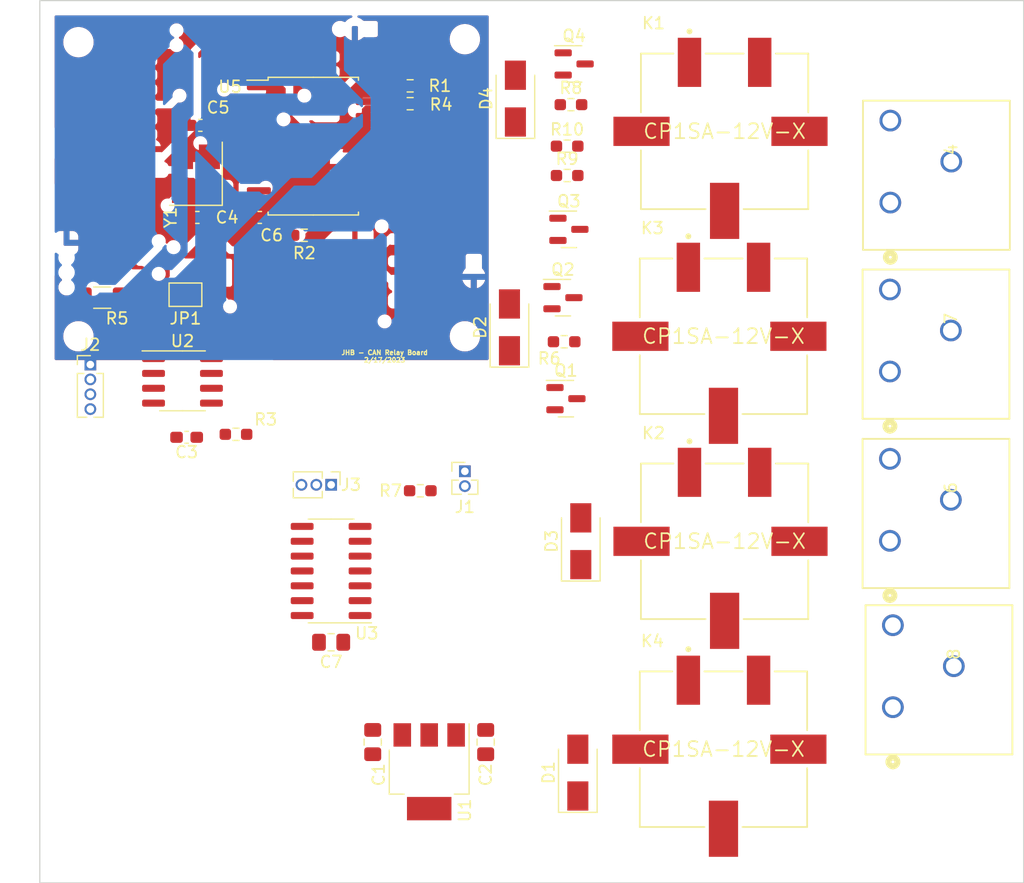
<source format=kicad_pcb>
(kicad_pcb (version 20211014) (generator pcbnew)
  (layers (0 "F.Cu" signal) (31 "B.Cu" signal) (34 "B.Paste" user) (35 "F.Paste" user) (36 "B.SilkS" user "B.Silkscreen") (37 "F.SilkS" user "F.Silkscreen") (38 "B.Mask" user) (39 "F.Mask" user) (44 "Edge.Cuts" user))
  (net 0 "")
  (net 1 "Net-(C4-Pad1)")
  (net 2 "Net-(D2-Pad2)")
  (net 3 "Net-(C5-Pad1)")
  (net 4 "Net-(D1-Pad2)")
  (net 5 "/UART_RX")
  (net 6 "Net-(D3-Pad2)")
  (net 7 "VCC")
  (net 8 "GND")
  (net 9 "+5V")
  (net 10 "/UART_TX")
  (net 12 "Net-(J1-Pad1)")
  (net 13 "Net-(R2-Pad1)")
  (net 14 "Net-(R3-Pad2)")
  (net 16 "/CS")
  (net 17 "/RESET")
  (net 20 "/CAN_H")
  (net 21 "Net-(JP1-Pad1)")
  (net 22 "/UPDI")
  (net 23 "/MOSI")
  (net 24 "/MISO")
  (net 25 "/SCK")
  (net 26 "Net-(D4-Pad2)")
  (net 27 "Net-(K1-Pad3)")
  (net 28 "/INT")
  (net 29 "/CAN_L")
  (net 30 "Net-(K1-Pad4)")
  (net 31 "Net-(K1-Pad5)")
  (net 32 "Net-(Q1-Pad1)")
  (net 33 "/RELAY_1")
  (net 34 "Net-(U2-Pad1)")
  (net 35 "Net-(U2-Pad4)")
  (net 36 "Net-(K2-Pad3)")
  (net 37 "Net-(K2-Pad4)")
  (net 38 "Net-(K2-Pad5)")
  (net 39 "Net-(K3-Pad3)")
  (net 40 "Net-(K3-Pad4)")
  (net 41 "Net-(K3-Pad5)")
  (net 42 "Net-(K4-Pad3)")
  (net 43 "Net-(K4-Pad4)")
  (net 44 "Net-(K4-Pad5)")
  (net 45 "Net-(Q2-Pad1)")
  (net 46 "Net-(Q3-Pad1)")
  (net 47 "Net-(Q4-Pad1)")
  (net 48 "/RELAY_2")
  (net 49 "/RELAY_3")
  (net 50 "/RELAY_4")
  (footprint "Package_TO_SOT_SMD:SOT-223-3_TabPin2" (layer "F.Cu") (at 178.054 142.646 -90)
    (fp_text reference "U1" (at 3.302 -3.048 90) (layer "F.SilkS"))
    (fp_text value "AZ1117-5.0")
    (fp_line (start 1.91 3.41) (end 1.91 2.15) (layer "F.SilkS") (width 0.12))
    (fp_line (start -4.1 -3.41) (end 1.91 -3.41) (layer "F.SilkS") (width 0.12))
    (fp_line (start -1.85 3.41) (end 1.91 3.41) (layer "F.SilkS") (width 0.12))
    (fp_line (start 1.91 -3.41) (end 1.91 -2.15) (layer "F.SilkS") (width 0.12))
    (pad "1" smd rect (at -3.15 -2.3 270) (size 2 1.5) (layers "F.Cu" "F.Paste" "F.Mask") (net 8 "GND"))
    (pad "2" smd rect (at -3.15 0 270) (size 2 1.5) (layers "F.Cu" "F.Paste" "F.Mask") (net 9 "+5V"))
    (pad "2" smd rect (at 3.15 0 270) (size 2 3.8) (layers "F.Cu" "F.Paste" "F.Mask") (net 9 "+5V"))
    (pad "3" smd rect (at -3.15 2.3 270) (size 2 1.5) (layers "F.Cu" "F.Paste" "F.Mask") (net 7 "VCC"))
  )
  (footprint "MountingHole:MountingHole_2.2mm_M2_ISO14580" (layer "F.Cu") (at 153.416 142.494)
    (fp_text reference "H2" hide)
    (fp_text value "MountingHole")
    (pad "" np_thru_hole circle (at 0 0) (size 2.2 2.2) (drill 2.2) (layers *.Cu *.Mask))
  )
  (footprint "1-2834011-3:CONN_1-2834011-3" (layer "F.Cu") (at 217.4595 93.98 90)
    (fp_text reference "U4" (at 4.0132 5.207 90) (layer "F.SilkS"))
    (fp_text value "1-2834011-3" hide)
    (fp_line (start 8.7174 10.2108) (end 8.7174 -2.3368) (layer "F.SilkS") (width 0.1524))
    (fp_line (start -4.0386 -2.3368) (end -4.0386 10.2108) (layer "F.SilkS") (width 0.1524))
    (fp_line (start 8.7174 -2.3368) (end -4.0386 -2.3368) (layer "F.SilkS") (width 0.1524))
    (fp_line (start -4.0386 10.2108) (end 8.7174 10.2108) (layer "F.SilkS") (width 0.1524))
    (fp_arc (start -4.2926 0) (mid -4.6736 0.381) (end -5.0546 0) (layer "F.SilkS") (width 0.508))
    (fp_arc (start -5.0546 0) (mid -4.6736 -0.381) (end -4.2926 0) (layer "F.SilkS") (width 0.508))
    (pad "1" thru_hole circle (at 0 0 90) (size 1.8542 1.8542) (drill 1.3462) (layers *.Cu *.Mask) (net 27 "Net-(K1-Pad3)"))
    (pad "2" thru_hole circle (at 3.5052 5.207 90) (size 1.8542 1.8542) (drill 1.3462) (layers *.Cu *.Mask) (net 31 "Net-(K1-Pad5)"))
    (pad "3" thru_hole circle (at 7.0104 0 90) (size 1.8542 1.8542) (drill 1.3462) (layers *.Cu *.Mask) (net 30 "Net-(K1-Pad4)"))
  )
  (footprint "Package_TO_SOT_SMD:SOT-23" (layer "F.Cu") (at 189.738 110.744)
    (fp_text reference "Q1" (at 0 -2.4) (layer "F.SilkS"))
    (fp_text value "MMBT2222A-TP")
    (fp_line (start 0 1.56) (end -0.65 1.56) (layer "F.SilkS") (width 0.12))
    (fp_line (start 0 -1.56) (end -1.675 -1.56) (layer "F.SilkS") (width 0.12))
    (fp_line (start 0 -1.56) (end 0.65 -1.56) (layer "F.SilkS") (width 0.12))
    (fp_line (start 0 1.56) (end 0.65 1.56) (layer "F.SilkS") (width 0.12))
    (pad "1" smd roundrect (at -0.9375 -0.95) (size 1.475 0.6) (layers "F.Cu" "F.Paste" "F.Mask") (net 32 "Net-(Q1-Pad1)"))
    (pad "2" smd roundrect (at -0.9375 0.95) (size 1.475 0.6) (layers "F.Cu" "F.Paste" "F.Mask") (net 8 "GND"))
    (pad "3" smd roundrect (at 0.9375 0) (size 1.475 0.6) (layers "F.Cu" "F.Paste" "F.Mask") (net 4 "Net-(D1-Pad2)"))
  )
  (footprint "Crystal:Crystal_SMD_3225-4Pin_3.2x2.5mm_HandSoldering" (layer "F.Cu") (at 158.122 91.514 90)
    (fp_text reference "Y1" (at -3.736 -2.166 90) (layer "F.SilkS"))
    (fp_text value "8MHz")
    (fp_line (start -2.7 2.25) (end 2.7 2.25) (layer "F.SilkS") (width 0.12))
    (fp_line (start -2.7 -2.25) (end -2.7 2.25) (layer "F.SilkS") (width 0.12))
    (pad "1" smd rect (at -1.45 1.15 90) (size 2.1 1.8) (layers "F.Cu" "F.Paste" "F.Mask") (net 1 "Net-(C4-Pad1)"))
    (pad "2" smd rect (at 1.45 1.15 90) (size 2.1 1.8) (layers "F.Cu" "F.Paste" "F.Mask") (net 8 "GND"))
    (pad "3" smd rect (at 1.45 -1.15 90) (size 2.1 1.8) (layers "F.Cu" "F.Paste" "F.Mask") (net 3 "Net-(C5-Pad1)"))
    (pad "4" smd rect (at -1.45 -1.15 90) (size 2.1 1.8) (layers "F.Cu" "F.Paste" "F.Mask") (net 8 "GND"))
  )
  (footprint "Diode_SMD:D_SMA" (layer "F.Cu") (at 185.42 85.09 90)
    (fp_text reference "D4" (at 0 -2.5 90) (layer "F.SilkS"))
    (fp_text value "NRVA4007T3G")
    (fp_line (start -3.4 1.65) (end 2 1.65) (layer "F.SilkS") (width 0.12))
    (fp_line (start -3.4 -1.65) (end 2 -1.65) (layer "F.SilkS") (width 0.12))
    (fp_line (start -3.4 -1.65) (end -3.4 1.65) (layer "F.SilkS") (width 0.12))
    (pad "1" smd rect (at -2 0 90) (size 2.5 1.8) (layers "F.Cu" "F.Paste" "F.Mask") (net 7 "VCC"))
    (pad "2" smd rect (at 2 0 90) (size 2.5 1.8) (layers "F.Cu" "F.Paste" "F.Mask") (net 26 "Net-(D4-Pad2)"))
  )
  (footprint "MountingHole:MountingHole_2.2mm_M2_ISO14580" (layer "F.Cu") (at 157.988 143.51)
    (fp_text reference "H1" hide)
    (fp_text value "MountingHole")
    (pad "" np_thru_hole circle (at 0 0) (size 2.2 2.2) (drill 2.2) (layers *.Cu *.Mask))
  )
  (footprint "Connector_PinHeader_1.27mm:PinHeader_1x04_P1.27mm_Vertical" (layer "F.Cu") (at 149.098 107.828)
    (fp_text reference "J2" (at 0 -1.695) (layer "F.SilkS"))
    (fp_text value "Conn_01x04_Female")
    (fp_line (start -1.11 4.505) (end -0.30753 4.505) (layer "F.SilkS") (width 0.12))
    (fp_line (start 0.563471 0.76) (end 1.11 0.76) (layer "F.SilkS") (width 0.12))
    (fp_line (start -1.11 -0.76) (end 0 -0.76) (layer "F.SilkS") (width 0.12))
    (fp_line (start 1.11 0.76) (end 1.11 4.505) (layer "F.SilkS") (width 0.12))
    (fp_line (start -1.11 0.76) (end -1.11 4.505) (layer "F.SilkS") (width 0.12))
    (fp_line (start -1.11 0.76) (end -0.563471 0.76) (layer "F.SilkS") (width 0.12))
    (fp_line (start 0.30753 4.505) (end 1.11 4.505) (layer "F.SilkS") (width 0.12))
    (fp_line (start -1.11 0) (end -1.11 -0.76) (layer "F.SilkS") (width 0.12))
    (pad "1" thru_hole rect (at 0 0) (size 1 1) (drill 0.65) (layers *.Cu *.Mask) (net 8 "GND"))
    (pad "2" thru_hole oval (at 0 1.27) (size 1 1) (drill 0.65) (layers *.Cu *.Mask) (net 29 "/CAN_L"))
    (pad "3" thru_hole oval (at 0 2.54) (size 1 1) (drill 0.65) (layers *.Cu *.Mask) (net 20 "/CAN_H"))
    (pad "4" thru_hole oval (at 0 3.81) (size 1 1) (drill 0.65) (layers *.Cu *.Mask) (net 7 "VCC"))
  )
  (footprint "Resistor_SMD:R_0603_1608Metric_Pad0.98x0.95mm_HandSolder" (layer "F.Cu") (at 190.168 85.606)
    (fp_text reference "R8" (at 0 -1.43) (layer "F.SilkS"))
    (fp_text value "1K")
    (fp_line (start -0.254724 0.5225) (end 0.254724 0.5225) (layer "F.SilkS") (width 0.12))
    (fp_line (start -0.254724 -0.5225) (end 0.254724 -0.5225) (layer "F.SilkS") (width 0.12))
    (pad "1" smd roundrect (at -0.9125 0) (size 0.975 0.95) (layers "F.Cu" "F.Paste" "F.Mask") (net 33 "/RELAY_1"))
    (pad "2" smd roundrect (at 0.9125 0) (size 0.975 0.95) (layers "F.Cu" "F.Paste" "F.Mask") (net 45 "Net-(Q2-Pad1)"))
  )
  (footprint "MountingHole:MountingHole_2.2mm_M2_ISO14580" (layer "F.Cu") (at 151.384 146.304)
    (fp_text reference "H3" hide)
    (fp_text value "MountingHole")
    (pad "" np_thru_hole circle (at 0 0) (size 2.2 2.2) (drill 2.2) (layers *.Cu *.Mask))
  )
  (footprint "Capacitor_SMD:C_0805_2012Metric_Pad1.18x1.45mm_HandSolder" (layer "F.Cu") (at 169.672 131.572 180)
    (fp_text reference "C7" (at 0 -1.68) (layer "F.SilkS"))
    (fp_text value "10uF")
    (fp_line (start -0.261252 -0.735) (end 0.261252 -0.735) (layer "F.SilkS") (width 0.12))
    (fp_line (start -0.261252 0.735) (end 0.261252 0.735) (layer "F.SilkS") (width 0.12))
    (pad "1" smd roundrect (at -1.0375 0 180) (size 1.175 1.45) (layers "F.Cu" "F.Paste" "F.Mask") (roundrect_rratio 0.2127659574) (net 9 "+5V"))
    (pad "2" smd roundrect (at 1.0375 0 180) (size 1.175 1.45) (layers "F.Cu" "F.Paste" "F.Mask") (roundrect_rratio 0.2127659574) (net 8 "GND"))
  )
  (footprint "Connector_PinHeader_1.27mm:PinHeader_1x02_P1.27mm_Vertical" (layer "F.Cu") (at 181.102 116.952)
    (fp_text reference "J1" (at 0 3.048) (layer "F.SilkS"))
    (fp_text value "UPDI Header")
    (fp_line (start -1.11 -0.76) (end 0 -0.76) (layer "F.SilkS") (width 0.12))
    (fp_line (start -1.11 0.76) (end -0.563471 0.76) (layer "F.SilkS") (width 0.12))
    (fp_line (start 0.30753 1.965) (end 1.11 1.965) (layer "F.SilkS") (width 0.12))
    (fp_line (start -1.11 0.76) (end -1.11 1.965) (layer "F.SilkS") (width 0.12))
    (fp_line (start -1.11 0) (end -1.11 -0.76) (layer "F.SilkS") (width 0.12))
    (fp_line (start 0.563471 0.76) (end 1.11 0.76) (layer "F.SilkS") (width 0.12))
    (fp_line (start -1.11 1.965) (end -0.30753 1.965) (layer "F.SilkS") (width 0.12))
    (fp_line (start 1.11 0.76) (end 1.11 1.965) (layer "F.SilkS") (width 0.12))
    (pad "1" thru_hole rect (at 0 0) (size 1 1) (drill 0.65) (layers *.Cu *.Mask) (net 12 "Net-(J1-Pad1)"))
    (pad "2" thru_hole oval (at 0 1.27) (size 1 1) (drill 0.65) (layers *.Cu *.Mask) (net 8 "GND"))
  )
  (footprint "Resistor_SMD:R_0603_1608Metric_Pad0.98x0.95mm_HandSolder" (layer "F.Cu") (at 189.5845 105.877 180)
    (fp_text reference "R6" (at 1.27 -1.43) (layer "F.SilkS"))
    (fp_text value "1K")
    (fp_line (start -0.254724 -0.5225) (end 0.254724 -0.5225) (layer "F.SilkS") (width 0.12))
    (fp_line (start -0.254724 0.5225) (end 0.254724 0.5225) (layer "F.SilkS") (width 0.12))
    (pad "1" smd roundrect (at -0.9125 0 180) (size 0.975 0.95) (layers "F.Cu" "F.Paste" "F.Mask") (net 33 "/RELAY_1"))
    (pad "2" smd roundrect (at 0.9125 0 180) (size 0.975 0.95) (layers "F.Cu" "F.Paste" "F.Mask") (net 32 "Net-(Q1-Pad1)"))
  )
  (footprint "Resistor_SMD:R_0603_1608Metric_Pad0.98x0.95mm_HandSolder" (layer "F.Cu") (at 189.8415 89.154)
    (fp_text reference "R10" (at 0 -1.43) (layer "F.SilkS"))
    (fp_text value "1K")
    (fp_line (start -0.254724 -0.5225) (end 0.254724 -0.5225) (layer "F.SilkS") (width 0.12))
    (fp_line (start -0.254724 0.5225) (end 0.254724 0.5225) (layer "F.SilkS") (width 0.12))
    (pad "1" smd roundrect (at -0.9125 0) (size 0.975 0.95) (layers "F.Cu" "F.Paste" "F.Mask") (net 33 "/RELAY_1"))
    (pad "2" smd roundrect (at 0.9125 0) (size 0.975 0.95) (layers "F.Cu" "F.Paste" "F.Mask") (net 47 "Net-(Q4-Pad1)"))
  )
  (footprint "eec:Panasonic-CP1SA-12V-X-MFG" (layer "F.Cu") (at 203.296 87.888)
    (fp_text reference "K1" (at -7.15 -9.25) (layer "F.SilkS") (effects (justify left)))
    (fp_text value "CP1SA-12V-X" (at 0 0) (layer "F.SilkS") (effects (font (size 1.27 1.27))))
    (fp_line (start 7.15 6.65) (end 7.15 1.625) (layer "F.SilkS") (width 0.15))
    (fp_line (start 4.375 -6.65) (end 7.15 -6.65) (layer "F.SilkS") (width 0.15))
    (fp_line (start -7.15 -6.65) (end -4.375 -6.65) (layer "F.SilkS") (width 0.15))
    (fp_line (start -7.15 6.65) (end -7.15 1.625) (layer "F.SilkS") (width 0.15))
    (fp_line (start -7.15 6.65) (end -1.625 6.65) (layer "F.SilkS") (width 0.15))
    (fp_line (start 1.625 6.65) (end 7.15 6.65) (layer "F.SilkS") (width 0.15))
    (fp_line (start 7.15 -1.625) (end 7.15 -6.65) (layer "F.SilkS") (width 0.15))
    (fp_line (start -7.15 -1.625) (end -7.15 -6.65) (layer "F.SilkS") (width 0.15))
    (fp_line (start -1.625 -6.65) (end 1.625 -6.65) (layer "F.SilkS") (width 0.15))
    (fp_circle (center -3 -8.55) (end -2.875 -8.55) (layer "F.SilkS") (width 0.25) (fill none))
    (pad "1" smd rect locked (at -3 -5.9) (size 2 4.2) (layers "F.Cu" "F.Paste" "F.Mask") (net 7 "VCC"))
    (pad "2" smd rect locked (at 3 -5.9) (size 2 4.2) (layers "F.Cu" "F.Paste" "F.Mask") (net 4 "Net-(D1-Pad2)"))
    (pad "3" smd rect locked (at 6.4 0) (size 4.8 2.5) (layers "F.Cu" "F.Paste" "F.Mask") (net 27 "Net-(K1-Pad3)"))
    (pad "4" smd rect locked (at -7.1 0) (size 4.8 2.5) (layers "F.Cu" "F.Paste" "F.Mask") (net 30 "Net-(K1-Pad4)"))
    (pad "5" smd rect locked (at 0 6.8) (size 2.5 4.8) (layers "F.Cu" "F.Paste" "F.Mask") (net 31 "Net-(K1-Pad5)"))
  )
  (footprint "Package_TO_SOT_SMD:SOT-23" (layer "F.Cu") (at 189.992 96.266)
    (fp_text reference "Q3" (at 0 -2.4) (layer "F.SilkS"))
    (fp_text value "MMBT2222A-TP")
    (fp_line (start 0 -1.56) (end -1.675 -1.56) (layer "F.SilkS") (width 0.12))
    (fp_line (start 0 1.56) (end -0.65 1.56) (layer "F.SilkS") (width 0.12))
    (fp_line (start 0 -1.56) (end 0.65 -1.56) (layer "F.SilkS") (width 0.12))
    (fp_line (start 0 1.56) (end 0.65 1.56) (layer "F.SilkS") (width 0.12))
    (pad "1" smd roundrect (at -0.9375 -0.95) (size 1.475 0.6) (layers "F.Cu" "F.Paste" "F.Mask") (net 46 "Net-(Q3-Pad1)"))
    (pad "2" smd roundrect (at -0.9375 0.95) (size 1.475 0.6) (layers "F.Cu" "F.Paste" "F.Mask") (net 8 "GND"))
    (pad "3" smd roundrect (at 0.9375 0) (size 1.475 0.6) (layers "F.Cu" "F.Paste" "F.Mask") (net 6 "Net-(D3-Pad2)"))
  )
  (footprint "1-2834011-3:CONN_1-2834011-3" (layer "F.Cu") (at 217.678 137.1245 90)
    (fp_text reference "U8" (at 4.0132 5.207 90) (layer "F.SilkS"))
    (fp_text value "1-2834011-3" hide)
    (fp_line (start -4.0386 -2.3368) (end -4.0386 10.2108) (layer "F.SilkS") (width 0.1524))
    (fp_line (start 8.7174 -2.3368) (end -4.0386 -2.3368) (layer "F.SilkS") (width 0.1524))
    (fp_line (start 8.7174 10.2108) (end 8.7174 -2.3368) (layer "F.SilkS") (width 0.1524))
    (fp_line (start -4.0386 10.2108) (end 8.7174 10.2108) (layer "F.SilkS") (width 0.1524))
    (fp_arc (start -4.2926 0) (mid -4.6736 0.381) (end -5.0546 0) (layer "F.SilkS") (width 0.508))
    (fp_arc (start -5.0546 0) (mid -4.6736 -0.381) (end -4.2926 0) (layer "F.SilkS") (width 0.508))
    (pad "1" thru_hole circle (at 0 0 90) (size 1.8542 1.8542) (drill 1.3462) (layers *.Cu *.Mask) (net 42 "Net-(K4-Pad3)"))
    (pad "2" thru_hole circle (at 3.5052 5.207 90) (size 1.8542 1.8542) (drill 1.3462) (layers *.Cu *.Mask) (net 44 "Net-(K4-Pad5)"))
    (pad "3" thru_hole circle (at 7.0104 0 90) (size 1.8542 1.8542) (drill 1.3462) (layers *.Cu *.Mask) (net 43 "Net-(K4-Pad4)"))
  )
  (footprint "Resistor_SMD:R_0603_1608Metric_Pad0.98x0.95mm_HandSolder" (layer "F.Cu") (at 177.292 118.618 180)
    (fp_text reference "R7" (at 2.54 0) (layer "F.SilkS"))
    (fp_text value "4.7K")
    (fp_line (start -0.254724 -0.5225) (end 0.254724 -0.5225) (layer "F.SilkS") (width 0.12))
    (fp_line (start -0.254724 0.5225) (end 0.254724 0.5225) (layer "F.SilkS") (width 0.12))
    (pad "1" smd roundrect (at -0.9125 0 180) (size 0.975 0.95) (layers "F.Cu" "F.Paste" "F.Mask") (net 12 "Net-(J1-Pad1)"))
    (pad "2" smd roundrect (at 0.9125 0 180) (size 0.975 0.95) (layers "F.Cu" "F.Paste" "F.Mask") (net 22 "/UPDI"))
  )
  (footprint "Resistor_SMD:R_0603_1608Metric_Pad0.98x0.95mm_HandSolder" (layer "F.Cu") (at 167.386 96.774)
    (fp_text reference "R2" (at 0 1.524) (layer "F.SilkS"))
    (fp_text value "100K")
    (fp_line (start -0.254724 -0.5225) (end 0.254724 -0.5225) (layer "F.SilkS") (width 0.12))
    (fp_line (start -0.254724 0.5225) (end 0.254724 0.5225) (layer "F.SilkS") (width 0.12))
    (pad "1" smd roundrect (at -0.9125 0) (size 0.975 0.95) (layers "F.Cu" "F.Paste" "F.Mask") (net 13 "Net-(R2-Pad1)"))
    (pad "2" smd roundrect (at 0.9125 0) (size 0.975 0.95) (layers "F.Cu" "F.Paste" "F.Mask") (net 9 "+5V"))
  )
  (footprint "Package_SO:SOIC-18W_7.5x11.6mm_P1.27mm" (layer "F.Cu") (at 168.148 89.154)
    (fp_text reference "U5" (at -7.112 -5.08) (layer "F.SilkS"))
    (fp_text value "MCP2515-xSO")
    (fp_line (start 0 5.885) (end -3.86 5.885) (layer "F.SilkS") (width 0.12))
    (fp_line (start 0 5.885) (end 3.86 5.885) (layer "F.SilkS") (width 0.12))
    (fp_line (start -3.86 -5.885) (end -3.86 -5.64) (layer "F.SilkS") (width 0.12))
    (fp_line (start -3.86 -5.64) (end -5.675 -5.64) (layer "F.SilkS") (width 0.12))
    (fp_line (start 0 -5.885) (end 3.86 -5.885) (layer "F.SilkS") (width 0.12))
    (fp_line (start -3.86 5.885) (end -3.86 5.64) (layer "F.SilkS") (width 0.12))
    (fp_line (start 3.86 -5.885) (end 3.86 -5.64) (layer "F.SilkS") (width 0.12))
    (fp_line (start 3.86 5.885) (end 3.86 5.64) (layer "F.SilkS") (width 0.12))
    (fp_line (start 0 -5.885) (end -3.86 -5.885) (layer "F.SilkS") (width 0.12))
    (pad "1" smd roundrect (at -4.65 -5.08) (size 2.05 0.6) (layers "F.Cu" "F.Paste" "F.Mask") (net 34 "Net-(U2-Pad1)"))
    (pad "2" smd roundrect (at -4.65 -3.81) (size 2.05 0.6) (layers "F.Cu" "F.Paste" "F.Mask") (net 35 "Net-(U2-Pad4)"))
    (pad "3" smd roundrect (at -4.65 -2.54) (size 2.05 0.6) (layers "F.Cu" "F.Paste" "F.Mask"))
    (pad "4" smd roundrect (at -4.65 -1.27) (size 2.05 0.6) (layers "F.Cu" "F.Paste" "F.Mask") (net 13 "Net-(R2-Pad1)"))
    (pad "5" smd roundrect (at -4.65 0) (size 2.05 0.6) (layers "F.Cu" "F.Paste" "F.Mask") (net 13 "Net-(R2-Pad1)"))
    (pad "6" smd roundrect (at -4.65 1.27) (size 2.05 0.6) (layers "F.Cu" "F.Paste" "F.Mask") (net 13 "Net-(R2-Pad1)"))
    (pad "7" smd roundrect (at -4.65 2.54) (size 2.05 0.6) (layers "F.Cu" "F.Paste" "F.Mask") (net 3 "Net-(C5-Pad1)"))
    (pad "8" smd roundrect (at -4.65 3.81) (size 2.05 0.6) (layers "F.Cu" "F.Paste" "F.Mask") (net 1 "Net-(C4-Pad1)"))
    (pad "9" smd roundrect (at -4.65 5.08) (size 2.05 0.6) (layers "F.Cu" "F.Paste" "F.Mask") (net 8 "GND"))
    (pad "10" smd roundrect (at 4.65 5.08) (size 2.05 0.6) (layers "F.Cu" "F.Paste" "F.Mask"))
    (pad "11" smd roundrect (at 4.65 3.81) (size 2.05 0.6) (layers "F.Cu" "F.Paste" "F.Mask"))
    (pad "12" smd roundrect (at 4.65 2.54) (size 2.05 0.6) (layers "F.Cu" "F.Paste" "F.Mask") (net 28 "/INT"))
    (pad "13" smd roundrect (at 4.65 1.27) (size 2.05 0.6) (layers "F.Cu" "F.Paste" "F.Mask") (net 25 "/SCK"))
    (pad "14" smd roundrect (at 4.65 0) (size 2.05 0.6) (layers "F.Cu" "F.Paste" "F.Mask") (net 23 "/MOSI"))
    (pad "15" smd roundrect (at 4.65 -1.27) (size 2.05 0.6) (layers "F.Cu" "F.Paste" "F.Mask") (net 24 "/MISO"))
    (pad "16" smd roundrect (at 4.65 -2.54) (size 2.05 0.6) (layers "F.Cu" "F.Paste" "F.Mask") (net 16 "/CS"))
    (pad "17" smd roundrect (at 4.65 -3.81) (size 2.05 0.6) (layers "F.Cu" "F.Paste" "F.Mask") (net 17 "/RESET"))
    (pad "18" smd roundrect (at 4.65 -5.08) (size 2.05 0.6) (layers "F.Cu" "F.Paste" "F.Mask") (net 9 "+5V"))
  )
  (footprint "Resistor_SMD:R_0603_1608Metric_Pad0.98x0.95mm_HandSolder" (layer "F.Cu") (at 189.8415 91.664)
    (fp_text reference "R9" (at 0 -1.43) (layer "F.SilkS"))
    (fp_text value "1K")
    (fp_line (start -0.254724 0.5225) (end 0.254724 0.5225) (layer "F.SilkS") (width 0.12))
    (fp_line (start -0.254724 -0.5225) (end 0.254724 -0.5225) (layer "F.SilkS") (width 0.12))
    (pad "1" smd roundrect (at -0.9125 0) (size 0.975 0.95) (layers "F.Cu" "F.Paste" "F.Mask") (net 33 "/RELAY_1"))
    (pad "2" smd roundrect (at 0.9125 0) (size 0.975 0.95) (layers "F.Cu" "F.Paste" "F.Mask") (net 46 "Net-(Q3-Pad1)"))
  )
  (footprint "Package_TO_SOT_SMD:SOT-23" (layer "F.Cu") (at 190.438 82.126)
    (fp_text reference "Q4" (at 0 -2.4) (layer "F.SilkS"))
    (fp_text value "MMBT2222A-TP")
    (fp_line (start 0 -1.56) (end -1.675 -1.56) (layer "F.SilkS") (width 0.12))
    (fp_line (start 0 1.56) (end -0.65 1.56) (layer "F.SilkS") (width 0.12))
    (fp_line (start 0 -1.56) (end 0.65 -1.56) (layer "F.SilkS") (width 0.12))
    (fp_line (start 0 1.56) (end 0.65 1.56) (layer "F.SilkS") (width 0.12))
    (pad "1" smd roundrect (at -0.9375 -0.95) (size 1.475 0.6) (layers "F.Cu" "F.Paste" "F.Mask") (net 47 "Net-(Q4-Pad1)"))
    (pad "2" smd roundrect (at -0.9375 0.95) (size 1.475 0.6) (layers "F.Cu" "F.Paste" "F.Mask") (net 8 "GND"))
    (pad "3" smd roundrect (at 0.9375 0) (size 1.475 0.6) (layers "F.Cu" "F.Paste" "F.Mask") (net 26 "Net-(D4-Pad2)"))
  )
  (footprint "eec:Panasonic-CP1SA-12V-X-MFG" (layer "F.Cu") (at 203.296 122.94)
    (fp_text reference "K2" (at -7.15 -9.25) (layer "F.SilkS") (effects (justify left)))
    (fp_text value "CP1SA-12V-X" (at 0 0) (layer "F.SilkS") (effects (font (size 1.27 1.27))))
    (fp_line (start -7.15 6.65) (end -1.625 6.65) (layer "F.SilkS") (width 0.15))
    (fp_line (start -7.15 -6.65) (end -4.375 -6.65) (layer "F.SilkS") (width 0.15))
    (fp_line (start 7.15 6.65) (end 7.15 1.625) (layer "F.SilkS") (width 0.15))
    (fp_line (start -1.625 -6.65) (end 1.625 -6.65) (layer "F.SilkS") (width 0.15))
    (fp_line (start 7.15 -1.625) (end 7.15 -6.65) (layer "F.SilkS") (width 0.15))
    (fp_line (start 1.625 6.65) (end 7.15 6.65) (layer "F.SilkS") (width 0.15))
    (fp_line (start 4.375 -6.65) (end 7.15 -6.65) (layer "F.SilkS") (width 0.15))
    (fp_line (start -7.15 6.65) (end -7.15 1.625) (layer "F.SilkS") (width 0.15))
    (fp_line (start -7.15 -1.625) (end -7.15 -6.65) (layer "F.SilkS") (width 0.15))
    (fp_circle (center -3 -8.55) (end -2.875 -8.55) (layer "F.SilkS") (width 0.25) (fill none))
    (pad "1" smd rect (at -3 -5.9) (size 2 4.2) (layers "F.Cu" "F.Paste" "F.Mask") (net 7 "VCC"))
    (pad "2" smd rect (at 3 -5.9) (size 2 4.2) (layers "F.Cu" "F.Paste" "F.Mask") (net 2 "Net-(D2-Pad2)"))
    (pad "3" smd rect (at 6.4 0) (size 4.8 2.5) (layers "F.Cu" "F.Paste" "F.Mask") (net 36 "Net-(K2-Pad3)"))
    (pad "4" smd rect (at -7.1 0) (size 4.8 2.5) (layers "F.Cu" "F.Paste" "F.Mask") (net 37 "Net-(K2-Pad4)"))
    (pad "5" smd rect (at 0 6.8) (size 2.5 4.8) (layers "F.Cu" "F.Paste" "F.Mask") (net 38 "Net-(K2-Pad5)"))
  )
  (footprint "Package_SO:SOIC-14_3.9x8.7mm_P1.27mm" (layer "F.Cu") (at 169.672 125.476 180)
    (fp_text reference "U3" (at -3.048 -5.334) (layer "F.SilkS"))
    (fp_text value "ATtiny414-SS")
    (fp_line (start 0 4.435) (end 1.95 4.435) (layer "F.SilkS") (width 0.12))
    (fp_line (start 0 4.435) (end -1.95 4.435) (layer "F.SilkS") (width 0.12))
    (fp_line (start 0 -4.435) (end 1.95 -4.435) (layer "F.SilkS") (width 0.12))
    (fp_line (start 0 -4.435) (end -3.45 -4.435) (layer "F.SilkS") (width 0.12))
    (pad "1" smd roundrect (at -2.475 -3.81 180) (size 1.95 0.6) (layers "F.Cu" "F.Paste" "F.Mask") (net 9 "+5V"))
    (pad "2" smd roundrect (at -2.475 -2.54 180) (size 1.95 0.6) (layers "F.Cu" "F.Paste" "F.Mask") (net 48 "/RELAY_2"))
    (pad "3" smd roundrect (at -2.475 -1.27 180) (size 1.95 0.6) (layers "F.Cu" "F.Paste" "F.Mask") (net 49 "/RELAY_3"))
    (pad "4" smd roundrect (at -2.475 0 180) (size 1.95 0.6) (layers "F.Cu" "F.Paste" "F.Mask") (net 28 "/INT"))
    (pad "5" smd roundrect (at -2.475 1.27 180) (size 1.95 0.6) (layers "F.Cu" "F.Paste" "F.Mask") (net 50 "/RELAY_4"))
    (pad "6" smd roundrect (at -2.475 2.54 180) (size 1.95 0.6) (layers "F.Cu" "F.Paste" "F.Mask") (net 5 "/UART_RX"))
    (pad "7" smd roundrect (at -2.475 3.81 180) (size 1.95 0.6) (layers "F.Cu" "F.Paste" "F.Mask") (net 10 "/UART_TX"))
    (pad "8" smd roundrect (at 2.475 3.81 180) (size 1.95 0.6) (layers "F.Cu" "F.Paste" "F.Mask") (net 33 "/RELAY_1"))
    (pad "9" smd roundrect (at 2.475 2.54 180) (size 1.95 0.6) (layers "F.Cu" "F.Paste" "F.Mask") (net 16 "/CS"))
    (pad "10" smd roundrect (at 2.475 1.27 180) (size 1.95 0.6) (layers "F.Cu" "F.Paste" "F.Mask") (net 22 "/UPDI"))
    (pad "11" smd roundrect (at 2.475 0 180) (size 1.95 0.6) (layers "F.Cu" "F.Paste" "F.Mask") (net 23 "/MOSI"))
    (pad "12" smd roundrect (at 2.475 -1.27 180) (size 1.95 0.6) (layers "F.Cu" "F.Paste" "F.Mask") (net 24 "/MISO"))
    (pad "13" smd roundrect (at 2.475 -2.54 180) (size 1.95 0.6) (layers "F.Cu" "F.Paste" "F.Mask") (net 25 "/SCK"))
    (pad "14" smd roundrect (at 2.475 -3.81 180) (size 1.95 0.6) (layers "F.Cu" "F.Paste" "F.Mask") (net 8 "GND"))
  )
  (footprint "Resistor_SMD:R_0603_1608Metric_Pad0.98x0.95mm_HandSolder" (layer "F.Cu") (at 176.4265 83.99875 180)
    (fp_text reference "R1" (at -2.54 0) (layer "F.SilkS"))
    (fp_text value "100K")
    (fp_line (start -0.254724 0.5225) (end 0.254724 0.5225) (layer "F.SilkS") (width 0.12))
    (fp_line (start -0.254724 -0.5225) (end 0.254724 -0.5225) (layer "F.SilkS") (width 0.12))
    (pad "1" smd roundrect (at -0.9125 0 180) (size 0.975 0.95) (layers "F.Cu" "F.Paste" "F.Mask") (net 16 "/CS"))
    (pad "2" smd roundrect (at 0.9125 0 180) (size 0.975 0.95) (layers "F.Cu" "F.Paste" "F.Mask") (net 9 "+5V"))
  )
  (footprint "Capacitor_SMD:C_0603_1608Metric_Pad1.08x0.95mm_HandSolder" (layer "F.Cu") (at 158.242 95.25 180)
    (fp_text reference "C4" (at -2.54 0) (layer "F.SilkS"))
    (fp_text value "22pF")
    (fp_line (start -0.146267 0.51) (end 0.146267 0.51) (layer "F.SilkS") (width 0.12))
    (fp_line (start -0.146267 -0.51) (end 0.146267 -0.51) (layer "F.SilkS") (width 0.12))
    (pad "1" smd roundrect (at -0.8625 0 180) (size 1.075 0.95) (layers "F.Cu" "F.Paste" "F.Mask") (net 1 "Net-(C4-Pad1)"))
    (pad "2" smd roundrect (at 0.8625 0 180) (size 1.075 0.95) (layers "F.Cu" "F.Paste" "F.Mask") (net 8 "GND"))
  )
  (footprint "Diode_SMD:D_SMA" (layer "F.Cu") (at 190.754 142.716 90)
    (fp_text reference "D1" (at 0 -2.5 90) (layer "F.SilkS"))
    (fp_text value "NRVA4007T3G")
    (fp_line (start -3.4 1.65) (end 2 1.65) (layer "F.SilkS") (width 0.12))
    (fp_line (start -3.4 -1.65) (end 2 -1.65) (layer "F.SilkS") (width 0.12))
    (fp_line (start -3.4 -1.65) (end -3.4 1.65) (layer "F.SilkS") (width 0.12))
    (pad "1" smd rect (at -2 0 90) (size 2.5 1.8) (layers "F.Cu" "F.Paste" "F.Mask") (net 7 "VCC"))
    (pad "2" smd rect (at 2 0 90) (size 2.5 1.8) (layers "F.Cu" "F.Paste" "F.Mask") (net 4 "Net-(D1-Pad2)"))
  )
  (footprint "Resistor_SMD:R_0603_1608Metric_Pad0.98x0.95mm_HandSolder" (layer "F.Cu") (at 161.544 113.792)
    (fp_text reference "R3" (at 2.54 -1.27) (layer "F.SilkS"))
    (fp_text value "4.7K")
    (fp_line (start -0.254724 0.5225) (end 0.254724 0.5225) (layer "F.SilkS") (width 0.12))
    (fp_line (start -0.254724 -0.5225) (end 0.254724 -0.5225) (layer "F.SilkS") (width 0.12))
    (pad "1" smd roundrect (at -0.9125 0) (size 0.975 0.95) (layers "F.Cu" "F.Paste" "F.Mask") (net 8 "GND"))
    (pad "2" smd roundrect (at 0.9125 0) (size 0.975 0.95) (layers "F.Cu" "F.Paste" "F.Mask") (net 14 "Net-(R3-Pad2)"))
  )
  (footprint "Connector_PinHeader_1.27mm:PinHeader_1x03_P1.27mm_Vertical" (layer "F.Cu") (at 169.677 118.11 -90)
    (fp_text reference "J3" (at 0 -1.695 180) (layer "F.SilkS"))
    (fp_text value "UART Header")
    (fp_line (start -1.11 0.76) (end -0.563471 0.76) (layer "F.SilkS") (width 0.12))
    (fp_line (start 1.11 0.76) (end 1.11 3.235) (layer "F.SilkS") (width 0.12))
    (fp_line (start 0.30753 3.235) (end 1.11 3.235) (layer "F.SilkS") (width 0.12))
    (fp_line (start 0.563471 0.76) (end 1.11 0.76) (layer "F.SilkS") (width 0.12))
    (fp_line (start -1.11 0.76) (end -1.11 3.235) (layer "F.SilkS") (width 0.12))
    (fp_line (start -1.11 -0.76) (end 0 -0.76) (layer "F.SilkS") (width 0.12))
    (fp_line (start -1.11 0) (end -1.11 -0.76) (layer "F.SilkS") (width 0.12))
    (fp_line (start -1.11 3.235) (end -0.30753 3.235) (layer "F.SilkS") (width 0.12))
    (pad "1" thru_hole rect (at 0 0 270) (size 1 1) (drill 0.65) (layers *.Cu *.Mask) (net 8 "GND"))
    (pad "2" thru_hole oval (at 0 1.27 270) (size 1 1) (drill 0.65) (layers *.Cu *.Mask) (net 5 "/UART_RX"))
    (pad "3" thru_hole oval (at 0 2.54 270) (size 1 1) (drill 0.65) (layers *.Cu *.Mask) (net 10 "/UART_TX"))
  )
  (footprint "Package_TO_SOT_SMD:SOT-23" (layer "F.Cu") (at 189.484 102.108)
    (fp_text reference "Q2" (at 0 -2.4) (layer "F.SilkS"))
    (fp_text value "MMBT2222A-TP")
    (fp_line (start 0 -1.56) (end -1.675 -1.56) (layer "F.SilkS") (width 0.12))
    (fp_line (start 0 -1.56) (end 0.65 -1.56) (layer "F.SilkS") (width 0.12))
    (fp_line (start 0 1.56) (end 0.65 1.56) (layer "F.SilkS") (width 0.12))
    (fp_line (start 0 1.56) (end -0.65 1.56) (layer "F.SilkS") (width 0.12))
    (pad "1" smd roundrect (at -0.9375 -0.95) (size 1.475 0.6) (layers "F.Cu" "F.Paste" "F.Mask") (net 45 "Net-(Q2-Pad1)"))
    (pad "2" smd roundrect (at -0.9375 0.95) (size 1.475 0.6) (layers "F.Cu" "F.Paste" "F.Mask") (net 8 "GND"))
    (pad "3" smd roundrect (at 0.9375 0) (size 1.475 0.6) (layers "F.Cu" "F.Paste" "F.Mask") (net 2 "Net-(D2-Pad2)"))
  )
  (footprint "Capacitor_SMD:C_0603_1608Metric_Pad1.08x0.95mm_HandSolder" (layer "F.Cu") (at 163.576 95.25 180)
    (fp_text reference "C6" (at -1.016 -1.524) (layer "F.SilkS"))
    (fp_text value "100nF")
    (fp_line (start -0.146267 0.51) (end 0.146267 0.51) (layer "F.SilkS") (width 0.12))
    (fp_line (start -0.146267 -0.51) (end 0.146267 -0.51) (layer "F.SilkS") (width 0.12))
    (pad "1" smd roundrect (at -0.8625 0 180) (size 1.075 0.95) (layers "F.Cu" "F.Paste" "F.Mask") (net 9 "+5V"))
    (pad "2" smd roundrect (at 0.8625 0 180) (size 1.075 0.95) (layers "F.Cu" "F.Paste" "F.Mask") (net 8 "GND"))
  )
  (footprint "eec:Panasonic-CP1SA-12V-X-MFG" (layer "F.Cu") (at 203.2 140.716)
    (fp_text reference "K4" (at -7.15 -9.25) (layer "F.SilkS") (effects (justify left)))
    (fp_text value "CP1SA-12V-X" (at 0 0) (layer "F.SilkS") (effects (font (size 1.27 1.27))))
    (fp_line (start -1.625 -6.65) (end 1.625 -6.65) (layer "F.SilkS") (width 0.15))
    (fp_line (start -7.15 6.65) (end -1.625 6.65) (layer "F.SilkS") (width 0.15))
    (fp_line (start 4.375 -6.65) (end 7.15 -6.65) (layer "F.SilkS") (width 0.15))
    (fp_line (start -7.15 6.65) (end -7.15 1.625) (layer "F.SilkS") (width 0.15))
    (fp_line (start 1.625 6.65) (end 7.15 6.65) (layer "F.SilkS") (width 0.15))
    (fp_line (start -7.15 -6.65) (end -4.375 -6.65) (layer "F.SilkS") (width 0.15))
    (fp_line (start 7.15 6.65) (end 7.15 1.625) (layer "F.SilkS") (width 0.15))
    (fp_line (start -7.15 -1.625) (end -7.15 -6.65) (layer "F.SilkS") (width 0.15))
    (fp_line (start 7.15 -1.625) (end 7.15 -6.65) (layer "F.SilkS") (width 0.15))
    (fp_circle (center -3 -8.55) (end -2.875 -8.55) (layer "F.SilkS") (width 0.25) (fill none))
    (pad "1" smd rect (at -3 -5.9) (size 2 4.2) (layers "F.Cu" "F.Paste" "F.Mask") (net 7 "VCC"))
    (pad "2" smd rect (at 3 -5.9) (size 2 4.2) (layers "F.Cu" "F.Paste" "F.Mask") (net 26 "Net-(D4-Pad2)"))
    (pad "3" smd rect (at 6.4 0) (size 4.8 2.5) (layers "F.Cu" "F.Paste" "F.Mask") (net 42 "Net-(K4-Pad3)"))
    (pad "4" smd rect (at -7.1 0) (size 4.8 2.5) (layers "F.Cu" "F.Paste" "F.Mask") (net 43 "Net-(K4-Pad4)"))
    (pad "5" smd rect (at 0 6.8) (size 2.5 4.8) (layers "F.Cu" "F.Paste" "F.Mask") (net 44 "Net-(K4-Pad5)"))
  )
  (footprint "Resistor_SMD:R_0603_1608Metric_Pad0.98x0.95mm_HandSolder" (layer "F.Cu") (at 176.4265 85.52275 180)
    (fp_text reference "R4" (at -2.6435 -0.07525) (layer "F.SilkS"))
    (fp_text value "100K")
    (fp_line (start -0.254724 0.5225) (end 0.254724 0.5225) (layer "F.SilkS") (width 0.12))
    (fp_line (start -0.254724 -0.5225) (end 0.254724 -0.5225) (layer "F.SilkS") (width 0.12))
    (pad "1" smd roundrect (at -0.9125 0 180) (size 0.975 0.95) (layers "F.Cu" "F.Paste" "F.Mask") (net 17 "/RESET"))
    (pad "2" smd roundrect (at 0.9125 0 180) (size 0.975 0.95) (layers "F.Cu" "F.Paste" "F.Mask") (net 9 "+5V"))
  )
  (footprint "1-2834011-3:CONN_1-2834011-3" (layer "F.Cu") (at 217.424 122.9005 90)
    (fp_text reference "U6" (at 4.0132 5.207 90) (layer "F.SilkS"))
    (fp_text value "1-2834011-3" hide)
    (fp_line (start -4.0386 -2.3368) (end -4.0386 10.2108) (layer "F.SilkS") (width 0.1524))
    (fp_line (start -4.0386 10.2108) (end 8.7174 10.2108) (layer "F.SilkS") (width 0.1524))
    (fp_line (start 8.7174 10.2108) (end 8.7174 -2.3368) (layer "F.SilkS") (width 0.1524))
    (fp_line (start 8.7174 -2.3368) (end -4.0386 -2.3368) (layer "F.SilkS") (width 0.1524))
    (fp_arc (start -4.2926 0) (mid -4.6736 0.381) (end -5.0546 0) (layer "F.SilkS") (width 0.508))
    (fp_arc (start -5.0546 0) (mid -4.6736 -0.381) (end -4.2926 0) (layer "F.SilkS") (width 0.508))
    (pad "1" thru_hole circle (at 0 0 90) (size 1.8542 1.8542) (drill 1.3462) (layers *.Cu *.Mask) (net 36 "Net-(K2-Pad3)"))
    (pad "2" thru_hole circle (at 3.5052 5.207 90) (size 1.8542 1.8542) (drill 1.3462) (layers *.Cu *.Mask) (net 38 "Net-(K2-Pad5)"))
    (pad "3" thru_hole circle (at 7.0104 0 90) (size 1.8542 1.8542) (drill 1.3462) (layers *.Cu *.Mask) (net 37 "Net-(K2-Pad4)"))
  )
  (footprint "MountingHole:MountingHole_2.2mm_M2_ISO14580" (layer "F.Cu") (at 156.21 147.574)
    (fp_text reference "H4" hide)
    (fp_text value "MountingHole")
    (pad "" np_thru_hole circle (at 0 0) (size 2.2 2.2) (drill 2.2) (layers *.Cu *.Mask))
  )
  (footprint "1-2834011-3:CONN_1-2834011-3" (layer "F.Cu") (at 217.424 108.4225 90)
    (fp_text reference "U7" (at 4.0132 5.207 90) (layer "F.SilkS"))
    (fp_text value "1-2834011-3" hide)
    (fp_line (start 8.7174 -2.3368) (end -4.0386 -2.3368) (layer "F.SilkS") (width 0.1524))
    (fp_line (start 8.7174 10.2108) (end 8.7174 -2.3368) (layer "F.SilkS") (width 0.1524))
    (fp_line (start -4.0386 -2.3368) (end -4.0386 10.2108) (layer "F.SilkS") (width 0.1524))
    (fp_line (start -4.0386 10.2108) (end 8.7174 10.2108) (layer "F.SilkS") (width 0.1524))
    (fp_arc (start -5.0546 0) (mid -4.6736 -0.381) (end -4.2926 0) (layer "F.SilkS") (width 0.508))
    (fp_arc (start -4.2926 0) (mid -4.6736 0.381) (end -5.0546 0) (layer "F.SilkS") (width 0.508))
    (pad "1" thru_hole circle (at 0 0 90) (size 1.8542 1.8542) (drill 1.3462) (layers *.Cu *.Mask) (net 39 "Net-(K3-Pad3)"))
    (pad "2" thru_hole circle (at 3.5052 5.207 90) (size 1.8542 1.8542) (drill 1.3462) (layers *.Cu *.Mask) (net 41 "Net-(K3-Pad5)"))
    (pad "3" thru_hole circle (at 7.0104 0 90) (size 1.8542 1.8542) (drill 1.3462) (layers *.Cu *.Mask) (net 40 "Net-(K3-Pad4)"))
  )
  (footprint "eec:Panasonic-CP1SA-12V-X-MFG" (layer "F.Cu") (at 203.2 105.41)
    (fp_text reference "K3" (at -7.15 -9.25) (layer "F.SilkS") (effects (justify left)))
    (fp_text value "CP1SA-12V-X" (at 0 0) (layer "F.SilkS") (effects (font (size 1.27 1.27))))
    (fp_line (start 1.625 6.65) (end 7.15 6.65) (layer "F.SilkS") (width 0.15))
    (fp_line (start -7.15 6.65) (end -1.625 6.65) (layer "F.SilkS") (width 0.15))
    (fp_line (start -1.625 -6.65) (end 1.625 -6.65) (layer "F.SilkS") (width 0.15))
    (fp_line (start -7.15 6.65) (end -7.15 1.625) (layer "F.SilkS") (width 0.15))
    (fp_line (start -7.15 -1.625) (end -7.15 -6.65) (layer "F.SilkS") (width 0.15))
    (fp_line (start 7.15 -1.625) (end 7.15 -6.65) (layer "F.SilkS") (width 0.15))
    (fp_line (start 7.15 6.65) (end 7.15 1.625) (layer "F.SilkS") (width 0.15))
    (fp_line (start -7.15 -6.65) (end -4.375 -6.65) (layer "F.SilkS") (width 0.15))
    (fp_line (start 4.375 -6.65) (end 7.15 -6.65) (layer "F.SilkS") (width 0.15))
    (fp_circle (center -3 -8.55) (end -2.875 -8.55) (layer "F.SilkS") (width 0.25) (fill none))
    (pad "1" smd rect (at -3 -5.9) (size 2 4.2) (layers "F.Cu" "F.Paste" "F.Mask") (net 7 "VCC"))
    (pad "2" smd rect (at 3 -5.9) (size 2 4.2) (layers "F.Cu" "F.Paste" "F.Mask") (net 6 "Net-(D3-Pad2)"))
    (pad "3" smd rect (at 6.4 0) (size 4.8 2.5) (layers "F.Cu" "F.Paste" "F.Mask") (net 39 "Net-(K3-Pad3)"))
    (pad "4" smd rect (at -7.1 0) (size 4.8 2.5) (layers "F.Cu" "F.Paste" "F.Mask") (net 40 "Net-(K3-Pad4)"))
    (pad "5" smd rect (at 0 6.8) (size 2.5 4.8) (layers "F.Cu" "F.Paste" "F.Mask") (net 41 "Net-(K3-Pad5)"))
  )
  (footprint "Capacitor_SMD:C_0603_1608Metric_Pad1.08x0.95mm_HandSolder" (layer "F.Cu") (at 158.496 87.376)
    (fp_text reference "C5" (at 1.524 -1.524) (layer "F.SilkS"))
    (fp_text value "22pF")
    (fp_line (start -0.146267 0.51) (end 0.146267 0.51) (layer "F.SilkS") (width 0.12))
    (fp_line (start -0.146267 -0.51) (end 0.146267 -0.51) (layer "F.SilkS") (width 0.12))
    (pad "1" smd roundrect (at -0.8625 0) (size 1.075 0.95) (layers "F.Cu" "F.Paste" "F.Mask") (net 3 "Net-(C5-Pad1)"))
    (pad "2" smd roundrect (at 0.8625 0) (size 1.075 0.95) (layers "F.Cu" "F.Paste" "F.Mask") (net 8 "GND"))
  )
  (footprint "Capacitor_SMD:C_0805_2012Metric_Pad1.18x1.45mm_HandSolder" (layer "F.Cu") (at 182.88 140.106 -90)
    (fp_text reference "C2" (at 2.794 0 90) (layer "F.SilkS"))
    (fp_text value "22uF")
    (fp_line (start -0.261252 -0.735) (end 0.261252 -0.735) (layer "F.SilkS") (width 0.12))
    (fp_line (start -0.261252 0.735) (end 0.261252 0.735) (layer "F.SilkS") (width 0.12))
    (pad "1" smd roundrect (at -1.0375 0 270) (size 1.175 1.45) (layers "F.Cu" "F.Paste" "F.Mask") (roundrect_rratio 0.2127659574) (net 9 "+5V"))
    (pad "2" smd roundrect (at 1.0375 0 270) (size 1.175 1.45) (layers "F.Cu" "F.Paste" "F.Mask") (roundrect_rratio 0.2127659574) (net 8 "GND"))
  )
  (footprint "Diode_SMD:D_SMA" (layer "F.Cu") (at 184.912 104.648 90)
    (fp_text reference "D2" (at 0 -2.5 90) (layer "F.SilkS"))
    (fp_text value "NRVA4007T3G")
    (fp_line (start -3.4 -1.65) (end 2 -1.65) (layer "F.SilkS") (width 0.12))
    (fp_line (start -3.4 -1.65) (end -3.4 1.65) (layer "F.SilkS") (width 0.12))
    (fp_line (start -3.4 1.65) (end 2 1.65) (layer "F.SilkS") (width 0.12))
    (pad "1" smd rect (at -2 0 90) (size 2.5 1.8) (layers "F.Cu" "F.Paste" "F.Mask") (net 7 "VCC"))
    (pad "2" smd rect (at 2 0 90) (size 2.5 1.8) (layers "F.Cu" "F.Paste" "F.Mask") (net 2 "Net-(D2-Pad2)"))
  )
  (footprint "Capacitor_SMD:C_0805_2012Metric_Pad1.18x1.45mm_HandSolder" (layer "F.Cu") (at 173.228 140.106 -90)
    (fp_text reference "C1" (at 2.794 -0.508 90) (layer "F.SilkS"))
    (fp_text value "10uF")
    (fp_line (start -0.261252 -0.735) (end 0.261252 -0.735) (layer "F.SilkS") (width 0.12))
    (fp_line (start -0.261252 0.735) (end 0.261252 0.735) (layer "F.SilkS") (width 0.12))
    (pad "1" smd roundrect (at -1.0375 0 270) (size 1.175 1.45) (layers "F.Cu" "F.Paste" "F.Mask") (roundrect_rratio 0.2127659574) (net 7 "VCC"))
    (pad "2" smd roundrect (at 1.0375 0 270) (size 1.175 1.45) (layers "F.Cu" "F.Paste" "F.Mask") (roundrect_rratio 0.2127659574) (net 8 "GND"))
  )
  (footprint "Package_SO:SOIC-8_3.9x4.9mm_P1.27mm" (layer "F.Cu") (at 156.972 109.22)
    (fp_text reference "U2" (at 0 -3.4) (layer "F.SilkS"))
    (fp_text value "MCP2551-I-SN")
    (fp_line (start 0 -2.56) (end 1.95 -2.56) (layer "F.SilkS") (width 0.12))
    (fp_line (start 0 2.56) (end -1.95 2.56) (layer "F.SilkS") (width 0.12))
    (fp_line (start 0 2.56) (end 1.95 2.56) (layer "F.SilkS") (width 0.12))
    (fp_line (start 0 -2.56) (end -3.45 -2.56) (layer "F.SilkS") (width 0.12))
    (pad "1" smd roundrect (at -2.475 -1.905) (size 1.95 0.6) (layers "F.Cu" "F.Paste" "F.Mask") (net 34 "Net-(U2-Pad1)"))
    (pad "2" smd roundrect (at -2.475 -0.635) (size 1.95 0.6) (layers "F.Cu" "F.Paste" "F.Mask") (net 8 "GND"))
    (pad "3" smd roundrect (at -2.475 0.635) (size 1.95 0.6) (layers "F.Cu" "F.Paste" "F.Mask") (net 9 "+5V"))
    (pad "4" smd roundrect (at -2.475 1.905) (size 1.95 0.6) (layers "F.Cu" "F.Paste" "F.Mask") (net 35 "Net-(U2-Pad4)"))
    (pad "5" smd roundrect (at 2.475 1.905) (size 1.95 0.6) (layers "F.Cu" "F.Paste" "F.Mask"))
    (pad "6" smd roundrect (at 2.475 0.635) (size 1.95 0.6) (layers "F.Cu" "F.Paste" "F.Mask") (net 29 "/CAN_L"))
    (pad "7" smd roundrect (at 2.475 -0.635) (size 1.95 0.6) (layers "F.Cu" "F.Paste" "F.Mask") (net 20 "/CAN_H"))
    (pad "8" smd roundrect (at 2.475 -1.905) (size 1.95 0.6) (layers "F.Cu" "F.Paste" "F.Mask") (net 14 "Net-(R3-Pad2)"))
  )
  (footprint "Jumper:SolderJumper-2_P1.3mm_Open_TrianglePad1.0x1.5mm" (layer "F.Cu") (at 157.226 101.854)
    (fp_text reference "JP1" (at 0 2.032) (layer "F.SilkS"))
    (fp_text value "SolderJumper_2_Open")
    (fp_line (start 1.4 -1) (end 1.4 1) (layer "F.SilkS") (width 0.12))
    (fp_line (start 1.4 1) (end -1.4 1) (layer "F.SilkS") (width 0.12))
    (fp_line (start -1.4 -1) (end 1.4 -1) (layer "F.SilkS") (width 0.12))
    (fp_line (start -1.4 1) (end -1.4 -1) (layer "F.SilkS") (width 0.12))
    (pad "1" smd custom (at -0.725 0) (size 0.3 0.3) (layers "F.Cu" "F.Mask") (net 21 "Net-(JP1-Pad1)") (options (clearance outline) (anchor rect)) (primitives (gr_poly (pts (xy 1 0) (xy 0.5 0.75) (xy -0.5 0.75) (xy -0.5 -0.75) (xy 0.5 -0.75)) (width 0) (fill yes))))
    (pad "2" smd custom (at 0.725 0) (size 0.3 0.3) (layers "F.Cu" "F.Mask") (net 29 "/CAN_L") (options (clearance outline) (anchor rect)) (primitives (gr_poly (pts (xy 0.5 0.75) (xy -0.65 0.75) (xy -0.15 0) (xy -0.65 -0.75) (xy 0.5 -0.75)) (width 0) (fill yes))))
  )
  (footprint "Diode_SMD:D_SMA" (layer "F.Cu") (at 191.008 122.936 90)
    (fp_text reference "D3" (at 0 -2.5 90) (layer "F.SilkS"))
    (fp_text value "NRVA4007T3G")
    (fp_line (start -3.4 -1.65) (end 2 -1.65) (layer "F.SilkS") (width 0.12))
    (fp_line (start -3.4 -1.65) (end -3.4 1.65) (layer "F.SilkS") (width 0.12))
    (fp_line (start -3.4 1.65) (end 2 1.65) (layer "F.SilkS") (width 0.12))
    (pad "1" smd rect (at -2 0 90) (size 2.5 1.8) (layers "F.Cu" "F.Paste" "F.Mask") (net 7 "VCC"))
    (pad "2" smd rect (at 2 0 90) (size 2.5 1.8) (layers "F.Cu" "F.Paste" "F.Mask") (net 6 "Net-(D3-Pad2)"))
  )
  (footprint "Resistor_SMD:R_1206_3216Metric_Pad1.30x1.75mm_HandSolder" (layer "F.Cu") (at 150.114 102.108)
    (fp_text reference "R5" (at 1.27 1.778) (layer "F.SilkS"))
    (fp_text value "120")
    (fp_line (start -0.727064 0.91) (end 0.727064 0.91) (layer "F.SilkS") (width 0.12))
    (fp_line (start -0.727064 -0.91) (end 0.727064 -0.91) (layer "F.SilkS") (width 0.12))
    (pad "1" smd roundrect (at -1.55 0) (size 1.3 1.75) (layers "F.Cu" "F.Paste" "F.Mask") (roundrect_rratio 0.1923076923) (net 20 "/CAN_H"))
    (pad "2" smd roundrect (at 1.55 0) (size 1.3 1.75) (layers "F.Cu" "F.Paste" "F.Mask") (roundrect_rratio 0.1923076923) (net 21 "Net-(JP1-Pad1)"))
  )
  (footprint "Capacitor_SMD:C_0603_1608Metric_Pad1.08x0.95mm_HandSolder" (layer "F.Cu") (at 157.3265 114.046)
    (fp_text reference "C3" (at 0 1.27) (layer "F.SilkS"))
    (fp_text value "100nF")
    (fp_line (start -0.146267 -0.51) (end 0.146267 -0.51) (layer "F.SilkS") (width 0.12))
    (fp_line (start -0.146267 0.51) (end 0.146267 0.51) (layer "F.SilkS") (width 0.12))
    (pad "1" smd roundrect (at -0.8625 0) (size 1.075 0.95) (layers "F.Cu" "F.Paste" "F.Mask") (net 9 "+5V"))
    (pad "2" smd roundrect (at 0.8625 0) (size 1.075 0.95) (layers "F.Cu" "F.Paste" "F.Mask") (net 8 "GND"))
  )
  (gr_rect (start 228.854 152.146) (end 144.78 76.708) (layer "Edge.Cuts") (width 0.1) (fill none))
  (gr_text "JHB - CAN Relay Board" (at 174.244 106.807) (layer "F.SilkS") (effects (font (size 0.4 0.4) (thickness 0.1))))
  (gr_text "2/17/2023" (at 174.244 107.442) (layer "F.SilkS") (effects (font (size 0.4 0.4) (thickness 0.1))))
  (zone (net 8) (net_name "GND") (layers F&B.Cu) (name "GND Pour") (connect_pads (clearance 0.2)) (min_thickness 0.2) (fill yes (thermal_gap 0.508) (thermal_bridge_width 0.508))
    (polygon (pts (xy 183.134 107.442) (xy 146.05 107.442) (xy 146.05 77.978) (xy 183.134 77.978)))
  )
)
</source>
